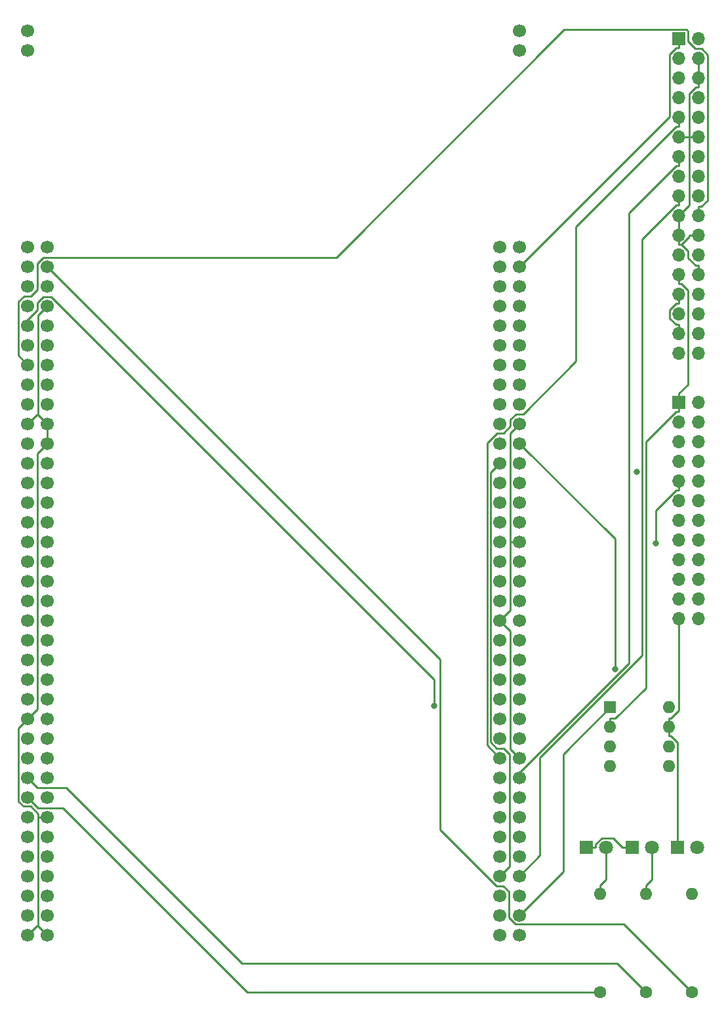
<source format=gbr>
%TF.GenerationSoftware,KiCad,Pcbnew,(5.1.10)-1*%
%TF.CreationDate,2022-06-15T22:29:57+09:00*%
%TF.ProjectId,2022_barami,32303232-5f62-4617-9261-6d692e6b6963,rev?*%
%TF.SameCoordinates,Original*%
%TF.FileFunction,Copper,L3,Inr*%
%TF.FilePolarity,Positive*%
%FSLAX46Y46*%
G04 Gerber Fmt 4.6, Leading zero omitted, Abs format (unit mm)*
G04 Created by KiCad (PCBNEW (5.1.10)-1) date 2022-06-15 22:29:57*
%MOMM*%
%LPD*%
G01*
G04 APERTURE LIST*
%TA.AperFunction,ComponentPad*%
%ADD10C,1.700000*%
%TD*%
%TA.AperFunction,ComponentPad*%
%ADD11O,1.600000X1.600000*%
%TD*%
%TA.AperFunction,ComponentPad*%
%ADD12C,1.600000*%
%TD*%
%TA.AperFunction,ComponentPad*%
%ADD13R,1.600000X1.600000*%
%TD*%
%TA.AperFunction,ComponentPad*%
%ADD14O,1.700000X1.700000*%
%TD*%
%TA.AperFunction,ComponentPad*%
%ADD15R,1.700000X1.700000*%
%TD*%
%TA.AperFunction,ComponentPad*%
%ADD16C,1.800000*%
%TD*%
%TA.AperFunction,ComponentPad*%
%ADD17R,1.800000X1.800000*%
%TD*%
%TA.AperFunction,ViaPad*%
%ADD18C,0.800000*%
%TD*%
%TA.AperFunction,Conductor*%
%ADD19C,0.250000*%
%TD*%
G04 APERTURE END LIST*
D10*
%TO.N,N/C*%
%TO.C,U1*%
X143260000Y-45910000D03*
X143260000Y-43370000D03*
X79760000Y-45910000D03*
X79760000Y-43370000D03*
%TO.N,GND*%
X143260000Y-160210000D03*
X140720000Y-160210000D03*
%TO.N,QUADSPI_BK1_NCS*%
X143260000Y-157670000D03*
%TO.N,N/C*%
X140720000Y-157670000D03*
X143260000Y-155130000D03*
X140720000Y-155130000D03*
%TO.N,LCD_G7*%
X143260000Y-152590000D03*
%TO.N,LCD_B3*%
X140720000Y-152590000D03*
%TO.N,N/C*%
X143260000Y-150050000D03*
%TO.N,GND*%
X140720000Y-150050000D03*
%TO.N,N/C*%
X143260000Y-147510000D03*
X140720000Y-147510000D03*
X143260000Y-144970000D03*
X140720000Y-144970000D03*
X143260000Y-142430000D03*
X140720000Y-142430000D03*
%TO.N,LCD_G3*%
X143260000Y-139890000D03*
%TO.N,TIM1_CH3*%
X140720000Y-139890000D03*
%TO.N,GND*%
X143260000Y-137350000D03*
%TO.N,LCD_R7*%
X140720000Y-137350000D03*
%TO.N,TIM1_CH1*%
X143260000Y-134810000D03*
%TO.N,LCD_CLK*%
X140720000Y-134810000D03*
%TO.N,N/C*%
X143260000Y-132270000D03*
%TO.N,LCD_B4*%
X140720000Y-132270000D03*
%TO.N,N/C*%
X143260000Y-129730000D03*
X140720000Y-129730000D03*
X143260000Y-127190000D03*
%TO.N,QUADSPI_BK1_IO0*%
X140720000Y-127190000D03*
%TO.N,N/C*%
X143260000Y-124650000D03*
%TO.N,QUADSPI_BK1_IO1*%
X140720000Y-124650000D03*
%TO.N,N/C*%
X143260000Y-122110000D03*
X140720000Y-122110000D03*
X143260000Y-119570000D03*
%TO.N,GND*%
X140720000Y-119570000D03*
%TO.N,N/C*%
X143260000Y-117030000D03*
%TO.N,LCD_B5*%
X140720000Y-117030000D03*
%TO.N,N/C*%
X143260000Y-114490000D03*
X140720000Y-114490000D03*
X143260000Y-111950000D03*
X140720000Y-111950000D03*
%TO.N,GND*%
X143260000Y-109410000D03*
%TO.N,SPI1_SCK*%
X140720000Y-109410000D03*
%TO.N,N/C*%
X143260000Y-106870000D03*
X140720000Y-106870000D03*
X143260000Y-104330000D03*
X140720000Y-104330000D03*
%TO.N,USART1_RX*%
X143260000Y-101790000D03*
%TO.N,LCD_G4*%
X140720000Y-101790000D03*
%TO.N,LCD_R6*%
X143260000Y-99250000D03*
%TO.N,LCD_B3*%
X140720000Y-99250000D03*
%TO.N,QUADSPI_CLK*%
X143260000Y-96710000D03*
%TO.N,N/C*%
X140720000Y-96710000D03*
%TO.N,GND*%
X143260000Y-94170000D03*
%TO.N,LCD_G6*%
X140720000Y-94170000D03*
%TO.N,LCD_G5*%
X143260000Y-91630000D03*
%TO.N,USART1_TX*%
X140720000Y-91630000D03*
%TO.N,N/C*%
X143260000Y-89090000D03*
X140720000Y-89090000D03*
X143260000Y-86550000D03*
%TO.N,LCD_G2*%
X140720000Y-86550000D03*
%TO.N,N/C*%
X143260000Y-84010000D03*
%TO.N,LCD_R4*%
X140720000Y-84010000D03*
%TO.N,N/C*%
X143260000Y-81470000D03*
%TO.N,GND*%
X140720000Y-81470000D03*
%TO.N,N/C*%
X143260000Y-78930000D03*
X140720000Y-78930000D03*
X143260000Y-76390000D03*
%TO.N,LCD_B7*%
X140720000Y-76390000D03*
%TO.N,LCD_HSYNC*%
X143260000Y-73850000D03*
%TO.N,LCD_B6*%
X140720000Y-73850000D03*
%TO.N,N/C*%
X143260000Y-71310000D03*
X140720000Y-71310000D03*
%TO.N,GND*%
X82300000Y-160210000D03*
X79760000Y-160210000D03*
%TO.N,N/C*%
X82300000Y-157670000D03*
X79760000Y-157670000D03*
X82300000Y-155130000D03*
X79760000Y-155130000D03*
X82300000Y-152590000D03*
X79760000Y-152590000D03*
X82300000Y-150050000D03*
%TO.N,SPI1_MISO*%
X79760000Y-150050000D03*
%TO.N,SAI1_SD_A*%
X82300000Y-147510000D03*
%TO.N,N/C*%
X79760000Y-147510000D03*
%TO.N,GND*%
X82300000Y-144970000D03*
%TO.N,N/C*%
X79760000Y-144970000D03*
X82300000Y-142430000D03*
%TO.N,LED_ERR*%
X79760000Y-142430000D03*
%TO.N,SAI1_FS_B*%
X82300000Y-139890000D03*
%TO.N,LED_RUN*%
X79760000Y-139890000D03*
%TO.N,SAI1_SCK_B*%
X82300000Y-137350000D03*
%TO.N,I2C2_SDA*%
X79760000Y-137350000D03*
%TO.N,N/C*%
X82300000Y-134810000D03*
%TO.N,I2C2_SCL*%
X79760000Y-134810000D03*
%TO.N,SAI1_SCK_A*%
X82300000Y-132270000D03*
%TO.N,GND*%
X79760000Y-132270000D03*
%TO.N,SAI1_FS_A*%
X82300000Y-129730000D03*
%TO.N,SAI1_SD_B*%
X79760000Y-129730000D03*
%TO.N,QUADSPI_BK1_IO2*%
X82300000Y-127190000D03*
%TO.N,SPI1_MOSI*%
X79760000Y-127190000D03*
%TO.N,N/C*%
X82300000Y-124650000D03*
X79760000Y-124650000D03*
X82300000Y-122110000D03*
%TO.N,GPIO_EXT3*%
X79760000Y-122110000D03*
%TO.N,GPIO_EXT1*%
X82300000Y-119570000D03*
%TO.N,GPIO_EXT2*%
X79760000Y-119570000D03*
%TO.N,LCD_R5*%
X82300000Y-117030000D03*
%TO.N,N/C*%
X79760000Y-117030000D03*
X82300000Y-114490000D03*
X79760000Y-114490000D03*
%TO.N,LCD_R3*%
X82300000Y-111950000D03*
%TO.N,N/C*%
X79760000Y-111950000D03*
%TO.N,LCD_VSYNC*%
X82300000Y-109410000D03*
%TO.N,N/C*%
X79760000Y-109410000D03*
X82300000Y-106870000D03*
X79760000Y-106870000D03*
X82300000Y-104330000D03*
X79760000Y-104330000D03*
X82300000Y-101790000D03*
X79760000Y-101790000D03*
X82300000Y-99250000D03*
X79760000Y-99250000D03*
%TO.N,GND*%
X82300000Y-96710000D03*
%TO.N,N/C*%
X79760000Y-96710000D03*
%TO.N,GND*%
X82300000Y-94170000D03*
X79760000Y-94170000D03*
%TO.N,N/C*%
X82300000Y-91630000D03*
%TO.N,SPI1_NSS*%
X79760000Y-91630000D03*
%TO.N,+3V3*%
X82300000Y-89090000D03*
%TO.N,N/C*%
X79760000Y-89090000D03*
X82300000Y-86550000D03*
%TO.N,LCD_BLK*%
X79760000Y-86550000D03*
%TO.N,N/C*%
X82300000Y-84010000D03*
X79760000Y-84010000D03*
X82300000Y-81470000D03*
%TO.N,QUADSPI_BK1_IO3*%
X79760000Y-81470000D03*
%TO.N,GND*%
X82300000Y-78930000D03*
%TO.N,N/C*%
X79760000Y-78930000D03*
X82300000Y-76390000D03*
X79760000Y-76390000D03*
%TO.N,LED_ACT*%
X82300000Y-73850000D03*
%TO.N,N/C*%
X79760000Y-73850000D03*
X82300000Y-71310000D03*
X79760000Y-71310000D03*
%TD*%
D11*
%TO.N,Net-(D3-Pad2)*%
%TO.C,R3*%
X165532000Y-154940000D03*
D12*
%TO.N,LED_ACT*%
X165532000Y-167640000D03*
%TD*%
D11*
%TO.N,Net-(D2-Pad2)*%
%TO.C,R2*%
X159591000Y-154940000D03*
D12*
%TO.N,LED_RUN*%
X159591000Y-167640000D03*
%TD*%
D11*
%TO.N,Net-(D1-Pad2)*%
%TO.C,R1*%
X153670000Y-154940000D03*
D12*
%TO.N,LED_ERR*%
X153670000Y-167640000D03*
%TD*%
D11*
%TO.N,QUADSPI_BK1_IO0*%
%TO.C,U2*%
X162560000Y-130810000D03*
%TO.N,QUADSPI_BK1_IO3*%
X154940000Y-138430000D03*
%TO.N,GND*%
X162560000Y-133350000D03*
%TO.N,QUADSPI_BK1_IO1*%
X154940000Y-135890000D03*
%TO.N,QUADSPI_CLK*%
X162560000Y-135890000D03*
%TO.N,+3V3*%
X154940000Y-133350000D03*
%TO.N,QUADSPI_BK1_IO2*%
X162560000Y-138430000D03*
D13*
%TO.N,QUADSPI_BK1_NCS*%
X154940000Y-130810000D03*
%TD*%
D14*
%TO.N,GND*%
%TO.C,J2*%
X166370000Y-119380000D03*
X163830000Y-119380000D03*
%TO.N,USART1_RX*%
X166370000Y-116840000D03*
%TO.N,SPI1_MOSI*%
X163830000Y-116840000D03*
%TO.N,USART1_TX*%
X166370000Y-114300000D03*
%TO.N,SPI1_MISO*%
X163830000Y-114300000D03*
%TO.N,TIM1_CH3*%
X166370000Y-111760000D03*
%TO.N,SPI1_NSS*%
X163830000Y-111760000D03*
%TO.N,TIM1_CH1*%
X166370000Y-109220000D03*
%TO.N,SPI1_SCK*%
X163830000Y-109220000D03*
%TO.N,I2C2_SCL*%
X166370000Y-106680000D03*
%TO.N,SAI1_FS_B*%
X163830000Y-106680000D03*
%TO.N,I2C2_SDA*%
X166370000Y-104140000D03*
%TO.N,SAI1_SCK_B*%
X163830000Y-104140000D03*
%TO.N,GPIO_EXT3*%
X166370000Y-101600000D03*
%TO.N,SAI1_SD_A*%
X163830000Y-101600000D03*
%TO.N,GPIO_EXT2*%
X166370000Y-99060000D03*
%TO.N,SAI1_SCK_A*%
X163830000Y-99060000D03*
%TO.N,GPIO_EXT1*%
X166370000Y-96520000D03*
%TO.N,SAI1_FS_A*%
X163830000Y-96520000D03*
%TO.N,N/C*%
X166370000Y-93980000D03*
%TO.N,SAI1_SD_B*%
X163830000Y-93980000D03*
%TO.N,+3V3*%
X166370000Y-91440000D03*
D15*
X163830000Y-91440000D03*
%TD*%
D16*
%TO.N,Net-(D3-Pad2)*%
%TO.C,D3*%
X166225000Y-148935000D03*
D17*
%TO.N,GND*%
X163685000Y-148935000D03*
%TD*%
D16*
%TO.N,Net-(D2-Pad2)*%
%TO.C,D2*%
X160325000Y-148935000D03*
D17*
%TO.N,GND*%
X157785000Y-148935000D03*
%TD*%
D16*
%TO.N,Net-(D1-Pad2)*%
%TO.C,D1*%
X154425000Y-148935000D03*
D17*
%TO.N,GND*%
X151885000Y-148935000D03*
%TD*%
D14*
%TO.N,LCD_CLK*%
%TO.C,J1*%
X166370000Y-85090000D03*
%TO.N,LCD_B7*%
X163830000Y-85090000D03*
%TO.N,LCD_B6*%
X166370000Y-82550000D03*
%TO.N,GND*%
X163830000Y-82550000D03*
%TO.N,LCD_B5*%
X166370000Y-80010000D03*
%TO.N,LCD_B4*%
X163830000Y-80010000D03*
%TO.N,N/C*%
X166370000Y-77470000D03*
%TO.N,GND*%
X163830000Y-77470000D03*
X166370000Y-74930000D03*
%TO.N,+3V3*%
X163830000Y-74930000D03*
X166370000Y-72390000D03*
%TO.N,LCD_B3*%
X163830000Y-72390000D03*
%TO.N,GND*%
X166370000Y-69850000D03*
X163830000Y-69850000D03*
%TO.N,LCD_BLK*%
X166370000Y-67310000D03*
%TO.N,GND*%
X163830000Y-67310000D03*
%TO.N,LCD_G6*%
X166370000Y-64770000D03*
%TO.N,LCD_G7*%
X163830000Y-64770000D03*
%TO.N,LCD_G4*%
X166370000Y-62230000D03*
%TO.N,LCD_G5*%
X163830000Y-62230000D03*
%TO.N,LCD_G2*%
X166370000Y-59690000D03*
%TO.N,LCD_G3*%
X163830000Y-59690000D03*
%TO.N,GND*%
X166370000Y-57150000D03*
X163830000Y-57150000D03*
%TO.N,LCD_R6*%
X166370000Y-54610000D03*
%TO.N,LCD_R7*%
X163830000Y-54610000D03*
%TO.N,LCD_R4*%
X166370000Y-52070000D03*
%TO.N,LCD_R5*%
X163830000Y-52070000D03*
%TO.N,GND*%
X166370000Y-49530000D03*
%TO.N,LCD_R3*%
X163830000Y-49530000D03*
%TO.N,GND*%
X166370000Y-46990000D03*
X163830000Y-46990000D03*
%TO.N,LCD_VSYNC*%
X166370000Y-44450000D03*
D15*
%TO.N,LCD_HSYNC*%
X163830000Y-44450000D03*
%TD*%
D18*
%TO.N,GPIO_EXT3*%
X158377000Y-100422000D03*
%TO.N,SAI1_SD_A*%
X160882000Y-109608000D03*
%TO.N,QUADSPI_CLK*%
X155609000Y-125903000D03*
%TO.N,QUADSPI_BK1_IO3*%
X132271000Y-130573000D03*
%TD*%
D19*
%TO.N,+3V3*%
X163830000Y-74930000D02*
X163830000Y-76105300D01*
X163830000Y-76105300D02*
X164197000Y-76105300D01*
X164197000Y-76105300D02*
X165005000Y-76913300D01*
X165005000Y-76913300D02*
X165005000Y-89089400D01*
X165005000Y-89089400D02*
X163830000Y-90264700D01*
X163830000Y-90264700D02*
X163830000Y-91440000D01*
X154940000Y-133350000D02*
X154940000Y-132225000D01*
X154940000Y-132225000D02*
X155643000Y-132225000D01*
X155643000Y-132225000D02*
X159553000Y-128315000D01*
X159553000Y-128315000D02*
X159553000Y-96525000D01*
X159553000Y-96525000D02*
X163463000Y-92615300D01*
X163463000Y-92615300D02*
X163830000Y-92615300D01*
X163830000Y-92615300D02*
X163830000Y-91440000D01*
%TO.N,LCD_B3*%
X140720000Y-152590000D02*
X141990000Y-151320000D01*
X141990000Y-151320000D02*
X141990000Y-136846000D01*
X141990000Y-136846000D02*
X141224000Y-136080000D01*
X141224000Y-136080000D02*
X140324000Y-136080000D01*
X140324000Y-136080000D02*
X139536000Y-135293000D01*
X139536000Y-135293000D02*
X139536000Y-100434000D01*
X139536000Y-100434000D02*
X140720000Y-99250000D01*
%TO.N,LCD_G7*%
X163830000Y-64770000D02*
X163830000Y-65945300D01*
X163830000Y-65945300D02*
X163463000Y-65945300D01*
X163463000Y-65945300D02*
X159103000Y-70305300D01*
X159103000Y-70305300D02*
X159103000Y-124078000D01*
X159103000Y-124078000D02*
X145901000Y-137280000D01*
X145901000Y-137280000D02*
X145901000Y-149949000D01*
X145901000Y-149949000D02*
X143260000Y-152590000D01*
%TO.N,LCD_G3*%
X163830000Y-59690000D02*
X163830000Y-60865300D01*
X163830000Y-60865300D02*
X163463000Y-60865300D01*
X163463000Y-60865300D02*
X157408000Y-66920100D01*
X157408000Y-66920100D02*
X157408000Y-125136000D01*
X157408000Y-125136000D02*
X143260000Y-139284000D01*
X143260000Y-139284000D02*
X143260000Y-139890000D01*
%TO.N,LCD_R7*%
X140720000Y-137350000D02*
X139056000Y-135686000D01*
X139056000Y-135686000D02*
X139056000Y-96637700D01*
X139056000Y-96637700D02*
X140334000Y-95360500D01*
X140334000Y-95360500D02*
X141192000Y-95360500D01*
X141192000Y-95360500D02*
X142085000Y-94467700D01*
X142085000Y-94467700D02*
X142085000Y-93644400D01*
X142085000Y-93644400D02*
X142829000Y-92900000D01*
X142829000Y-92900000D02*
X143733000Y-92900000D01*
X143733000Y-92900000D02*
X150537000Y-86095600D01*
X150537000Y-86095600D02*
X150537000Y-68710900D01*
X150537000Y-68710900D02*
X163463000Y-55785300D01*
X163463000Y-55785300D02*
X163830000Y-55785300D01*
X163830000Y-55785300D02*
X163830000Y-54610000D01*
%TO.N,LCD_HSYNC*%
X163830000Y-44450000D02*
X163830000Y-45625300D01*
X163830000Y-45625300D02*
X163463000Y-45625300D01*
X163463000Y-45625300D02*
X162655000Y-46433200D01*
X162655000Y-46433200D02*
X162655000Y-54455300D01*
X162655000Y-54455300D02*
X143260000Y-73850000D01*
%TO.N,Net-(D1-Pad2)*%
X153670000Y-154940000D02*
X153670000Y-153815000D01*
X153670000Y-153815000D02*
X154425000Y-153060000D01*
X154425000Y-153060000D02*
X154425000Y-148935000D01*
%TO.N,GND*%
X163830000Y-82550000D02*
X163830000Y-81374700D01*
X163830000Y-77470000D02*
X163830000Y-78645300D01*
X163830000Y-78645300D02*
X163462700Y-78645300D01*
X163462700Y-78645300D02*
X162654700Y-79453300D01*
X162654700Y-79453300D02*
X162654700Y-80566800D01*
X162654700Y-80566800D02*
X163462600Y-81374700D01*
X163462600Y-81374700D02*
X163830000Y-81374700D01*
X81109400Y-144970000D02*
X82300000Y-144970000D01*
X79760000Y-132270000D02*
X78547900Y-133482000D01*
X78547900Y-133482000D02*
X78547900Y-142939000D01*
X78547900Y-142939000D02*
X79214400Y-143605000D01*
X79214400Y-143605000D02*
X80148300Y-143605000D01*
X80148300Y-143605000D02*
X81109300Y-144566000D01*
X81109300Y-144566000D02*
X81109300Y-144970000D01*
X81109300Y-144970000D02*
X81109400Y-144970000D01*
X166370000Y-49530000D02*
X166370000Y-50705300D01*
X166370000Y-50705300D02*
X166003000Y-50705300D01*
X166003000Y-50705300D02*
X165195000Y-51513200D01*
X165195000Y-51513200D02*
X165195000Y-57150000D01*
X166370000Y-46990000D02*
X166370000Y-49530000D01*
X82300000Y-96710000D02*
X81030000Y-97980000D01*
X81030000Y-97980000D02*
X81030000Y-131000000D01*
X81030000Y-131000000D02*
X79760000Y-132270000D01*
X142069000Y-109410000D02*
X142069000Y-118221000D01*
X142069000Y-118221000D02*
X140720000Y-119570000D01*
X143260000Y-109410000D02*
X142069000Y-109410000D01*
X163830000Y-67310000D02*
X163830000Y-69850000D01*
X165195000Y-57150000D02*
X165195000Y-65945300D01*
X165195000Y-65945300D02*
X163830000Y-67310000D01*
X81109400Y-159019000D02*
X82300000Y-160210000D01*
X142069000Y-109410000D02*
X142069000Y-95360600D01*
X142069000Y-95360600D02*
X143260000Y-94170000D01*
X143260000Y-137350000D02*
X142085000Y-136175000D01*
X142085000Y-136175000D02*
X142085000Y-120935000D01*
X142085000Y-120935000D02*
X140720000Y-119570000D01*
X151885000Y-148935000D02*
X153110000Y-148935000D01*
X153110000Y-148935000D02*
X153110000Y-148476000D01*
X153110000Y-148476000D02*
X153876000Y-147710000D01*
X153876000Y-147710000D02*
X155334000Y-147710000D01*
X155334000Y-147710000D02*
X156560000Y-148935000D01*
X156560000Y-148935000D02*
X157785000Y-148935000D01*
X163830000Y-57150000D02*
X165195000Y-57150000D01*
X82300000Y-94170000D02*
X82300000Y-96710000D01*
X166370000Y-57150000D02*
X165195000Y-57150000D01*
X166370000Y-69850000D02*
X165195000Y-69850000D01*
X165195000Y-69850000D02*
X165195000Y-70028000D01*
X165195000Y-70028000D02*
X164197000Y-71025300D01*
X163830000Y-119380000D02*
X163830000Y-131236000D01*
X163830000Y-131236000D02*
X162841000Y-132225000D01*
X162841000Y-132225000D02*
X162560000Y-132225000D01*
X162560000Y-132225000D02*
X162560000Y-133350000D01*
X163685000Y-148935000D02*
X163685000Y-135319000D01*
X163685000Y-135319000D02*
X162841000Y-134475000D01*
X162841000Y-134475000D02*
X162560000Y-134475000D01*
X162560000Y-134475000D02*
X162560000Y-133350000D01*
X81109400Y-92979400D02*
X82300000Y-94170000D01*
X163830000Y-69850000D02*
X163830000Y-71025300D01*
X163830000Y-71025300D02*
X164197000Y-71025300D01*
X166370000Y-74930000D02*
X166370000Y-73754700D01*
X166370000Y-73754700D02*
X166003000Y-73754700D01*
X166003000Y-73754700D02*
X165005000Y-72757400D01*
X165005000Y-72757400D02*
X165005000Y-71833200D01*
X165005000Y-71833200D02*
X164197000Y-71025300D01*
X82300000Y-78930000D02*
X81109400Y-80120600D01*
X81109400Y-80120600D02*
X81109400Y-92979400D01*
X81109400Y-92979400D02*
X80950600Y-92979400D01*
X80950600Y-92979400D02*
X79760000Y-94170000D01*
X81109400Y-144970000D02*
X81109400Y-159019000D01*
X81109400Y-159019000D02*
X80950600Y-159019000D01*
X80950600Y-159019000D02*
X79760000Y-160210000D01*
%TO.N,Net-(D2-Pad2)*%
X159591000Y-154940000D02*
X159591000Y-153815000D01*
X159591000Y-153815000D02*
X160325000Y-153081000D01*
X160325000Y-153081000D02*
X160325000Y-148935000D01*
%TO.N,SAI1_SD_A*%
X163830000Y-101600000D02*
X163830000Y-102775000D01*
X163830000Y-102775000D02*
X163463000Y-102775000D01*
X163463000Y-102775000D02*
X160882000Y-105356000D01*
X160882000Y-105356000D02*
X160882000Y-109608000D01*
%TO.N,LED_ERR*%
X153670000Y-167640000D02*
X108130000Y-167640000D01*
X108130000Y-167640000D02*
X84284700Y-143795000D01*
X84284700Y-143795000D02*
X81124700Y-143795000D01*
X81124700Y-143795000D02*
X79760000Y-142430000D01*
%TO.N,LED_RUN*%
X159591000Y-167640000D02*
X155872000Y-163921000D01*
X155872000Y-163921000D02*
X107461000Y-163921000D01*
X107461000Y-163921000D02*
X84699600Y-141160000D01*
X84699600Y-141160000D02*
X81030000Y-141160000D01*
X81030000Y-141160000D02*
X79760000Y-139890000D01*
%TO.N,LED_ACT*%
X165532000Y-167640000D02*
X156737000Y-158845000D01*
X156737000Y-158845000D02*
X142745000Y-158845000D01*
X142745000Y-158845000D02*
X141895000Y-157995000D01*
X141895000Y-157995000D02*
X141895000Y-154604000D01*
X141895000Y-154604000D02*
X141151000Y-153860000D01*
X141151000Y-153860000D02*
X140299000Y-153860000D01*
X140299000Y-153860000D02*
X133022000Y-146582000D01*
X133022000Y-146582000D02*
X133022000Y-124572000D01*
X133022000Y-124572000D02*
X82300000Y-73850000D01*
%TO.N,QUADSPI_BK1_NCS*%
X154940000Y-130810000D02*
X148901000Y-136849000D01*
X148901000Y-136849000D02*
X148901000Y-152029000D01*
X148901000Y-152029000D02*
X143260000Y-157670000D01*
%TO.N,QUADSPI_CLK*%
X155609000Y-125903000D02*
X155609000Y-109059000D01*
X155609000Y-109059000D02*
X143260000Y-96710000D01*
%TO.N,QUADSPI_BK1_IO3*%
X79760000Y-81470000D02*
X79760000Y-80712700D01*
X79760000Y-80712700D02*
X81030000Y-79442700D01*
X81030000Y-79442700D02*
X81030000Y-78499000D01*
X81030000Y-78499000D02*
X81774400Y-77754600D01*
X81774400Y-77754600D02*
X82806600Y-77754600D01*
X82806600Y-77754600D02*
X132271000Y-127219000D01*
X132271000Y-127219000D02*
X132271000Y-130573000D01*
%TO.N,LCD_BLK*%
X166370000Y-67310000D02*
X166370000Y-66134700D01*
X166370000Y-66134700D02*
X166737000Y-66134700D01*
X166737000Y-66134700D02*
X167571000Y-65300700D01*
X167571000Y-65300700D02*
X167571000Y-46528800D01*
X167571000Y-46528800D02*
X166762000Y-45720000D01*
X166762000Y-45720000D02*
X165975000Y-45720000D01*
X165975000Y-45720000D02*
X165005000Y-44750200D01*
X165005000Y-44750200D02*
X165005000Y-43459000D01*
X165005000Y-43459000D02*
X164821000Y-43274600D01*
X164821000Y-43274600D02*
X148999000Y-43274600D01*
X148999000Y-43274600D02*
X119599000Y-72674600D01*
X119599000Y-72674600D02*
X81785400Y-72674600D01*
X81785400Y-72674600D02*
X81012100Y-73447900D01*
X81012100Y-73447900D02*
X81012100Y-76829900D01*
X81012100Y-76829900D02*
X80182000Y-77660000D01*
X80182000Y-77660000D02*
X79283400Y-77660000D01*
X79283400Y-77660000D02*
X78561900Y-78381500D01*
X78561900Y-78381500D02*
X78561900Y-85351900D01*
X78561900Y-85351900D02*
X79760000Y-86550000D01*
%TD*%
M02*

</source>
